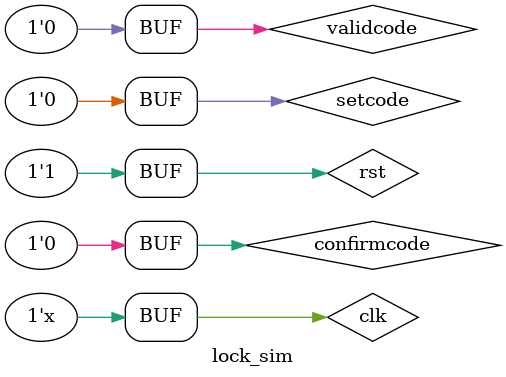
<source format=v>
`timescale 1ns/1ps

module lock_sim();
	
	reg clk;
	reg rst;//S1
	reg setcode;//S2
	reg validcode;//S3
	reg confirmcode;//S5
	reg [3:0]row;
	wire [3:0]col;
	wire [7:0] led_en;
	wire led_ca,led_cb,led_cc,led_cd,led_ce,led_cf,led_cg,led_dp;
	wire [2:0]wrongcode;
	wire codesetted;//GLD0
	wire rightcode;
	
	lock u_lock(
		.clk(clk),
		.rst(rst),
		.setcode(setcode),
		.validcode(validcode),
		.confirmcode(confirmcode),
		.row(row),
		.col(col),
		.led_en(led_en),
		.led_ca(led_ca),
		.led_cb(led_cb),
		.led_cc(led_cc),
		.led_cd(led_cd),
		.led_ce(led_ce),
		.led_cf(led_cf),
		.led_cg(led_cg),
		.led_dp(led_dp),
		.wrongcode(wrongcode),
		.codesetted(codesetted),
		.rightcode(rightcode)
	);
	
	
	reg [7:0] keycase_cnt;   //按键个数计数

	parameter CNT_THRESHOLD=40-1;

	counter #(CNT_THRESHOLD, 24) u_test_counter(     //用于生成时序匹配的row信号
		.clk(clk), 
		.reset(rst), 
		.cnt_inc(1), 
		.cnt_end(cnt_end)
	);
	
	
	initial begin 
		clk=1'b0;rst=1'b1;setcode=1'b0;validcode=1'b0;confirmcode=1'b0;row=4'b1111;
		#500 rst=1'b0;
		#500 setcode=1'b1;
		#200 setcode=1'b0;
		#3800//5000
		#100 confirmcode=1'b1;
		#100 confirmcode=1'b0;
		#100 validcode=1'b1;
		#100 validcode=1'b0;//5400
		#5600//11000
		#200 confirmcode=1'b1;
		#200 confirmcode=1'b0;
		#1000 rst=1'b1;//0 12400
		#500 rst=1'b0;
		#500 setcode=1'b1;
		#200 setcode=1'b0;
		#3800//5000
		#100 confirmcode=1'b1;
		#100 confirmcode=1'b0;
		#50 validcode=1'b1;
		#50 validcode=1'b0;//5200
		#9800//15000
		#100 confirmcode=1'b1;
		#100 confirmcode=1'b0;
		#100 validcode=1'b1;
		#100 validcode=1'b0;//15400
		#4800//20200
		#100 confirmcode=1'b1;
		#100 confirmcode=1'b0;
		#100 validcode=1'b1;
		#100 validcode=1'b0;//20600
		#4400//25000
		#200 confirmcode=1'b1;
		#200 confirmcode=1'b0;
		#1000 rst=1'b1;
	end
	
	always #5 clk=~clk;
	
	reg keycase_inc = 1'b0;
	always @(posedge clk, posedge rst)begin
		if(rst) 
			keycase_inc <= 1'b0;
		else if(confirmcode) 
			keycase_inc <= 1'b0;
		else if(setcode || validcode) 
			keycase_inc <= 1'b1;
		else 
			keycase_inc <= keycase_inc;
	end

	always @(posedge clk, posedge rst) begin
		if (rst) keycase_cnt <= 8'd0;
		else if (keycase_inc & cnt_end) keycase_cnt <= keycase_cnt + 8'd1;
	end
		
	always @(*) begin
		case(keycase_cnt[7:2])  //每轮4次扫描，去掉低2位即第几个测试用例计数
			8'b0000_00:
				if(col==4'b0111) row = 4'b0111;  //set
				else row = 4'b1111;
			8'b0000_01: 
				if(col==4'b1011) row = 4'b0111;
				else row = 4'b1111;
			8'b0000_10:
				if(col==4'b1101) row = 4'b0111; //123
				else row = 4'b1111;
			8'b0000_11: 
				if(col==4'b0111) row = 4'b0111;  //right
				else row = 4'b1111;      
			8'b0001_00:                           
				if(col==4'b1011) row = 4'b0111;
				else row = 4'b1111;
			8'b0001_01:
				if(col==4'b1101) row = 4'b0111; //123
				else row = 4'b1111;
			8'b0001_10: 
				if(col==4'b1011) row = 4'b0111;  //wrong1
				else row = 4'b1111;      
			8'b0001_11:                           
				if(col==4'b0111) row = 4'b0111;
				else row = 4'b1111;
			8'b0010_00:
				if(col==4'b1011) row = 4'b0111; //212
				else row = 4'b1111;
			8'b0010_01: 
				if(col==4'b0111) row = 4'b0111;  //wrong2
				else row = 4'b1111;      
			8'b0010_10:                           
				if(col==4'b1101) row = 4'b0111;
				else row = 4'b1111;
			8'b0010_11:
				if(col==4'b1011) row = 4'b0111; //132
				else row = 4'b1111;
			8'b0011_00: 
				if(col==4'b0111) row = 4'b0111;  //wrong3
				else row = 4'b1111;      
			8'b0011_01:                           
				if(col==4'b1101) row = 4'b0111;
				else row = 4'b1111;
			8'b0011_10:
				if(col==4'b0111) row = 4'b0111; //131
				else row = 4'b1111;

			default:
				row = 4'b1111; 
		endcase
	end

endmodule
		
		
		
		
</source>
